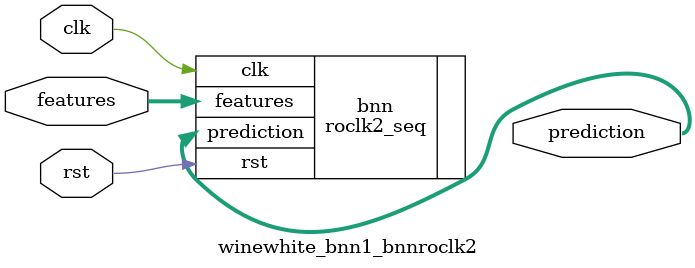
<source format=v>













module winewhite_bnn1_bnnroclk2 #(

parameter FEAT_CNT = 11,
parameter HIDDEN_CNT = 40,
parameter FEAT_BITS = 4,
parameter CLASS_CNT = 7,
parameter TEST_CNT = 1000


  ) (
  input clk,
  input rst,
  input [FEAT_CNT*FEAT_BITS-1:0] features,
  output [$clog2(CLASS_CNT)-1:0] prediction
  );

  localparam Weights0 = 440'b00010101000000000100110001011111111100001000110010111000111101011010011001100010111100110011000010111110111001101101111011100100100101010010111001101100110001100100000010000100011001111001000101010111000101001100101000101100000110011111011111100011100111101111111000100110011101011110000110100011110011010110001110100100000101101110011001000000111010100011101011100100010011100101000101010011100110000100101000111101100110011111111111010110 ;
  localparam Weights1 = 280'b1100111000000011001100101100101011000111100011011110001100111111010011101101011100011011111010110001111101001110110101110000110111101010000011000100001011010011000011011110101100001111010011101101011100001101100010110001111111101110111001110000000011001010100110110101111011010110 ;

  roclk2_seq #(.FEAT_CNT(FEAT_CNT),.FEAT_BITS(FEAT_BITS),.HIDDEN_CNT(HIDDEN_CNT),.CLASS_CNT(CLASS_CNT),.Weights0(Weights0),.Weights1(Weights1)) bnn (
    .clk(clk),
    .rst(rst),
    .features(features),
    .prediction(prediction)
  );

endmodule

</source>
